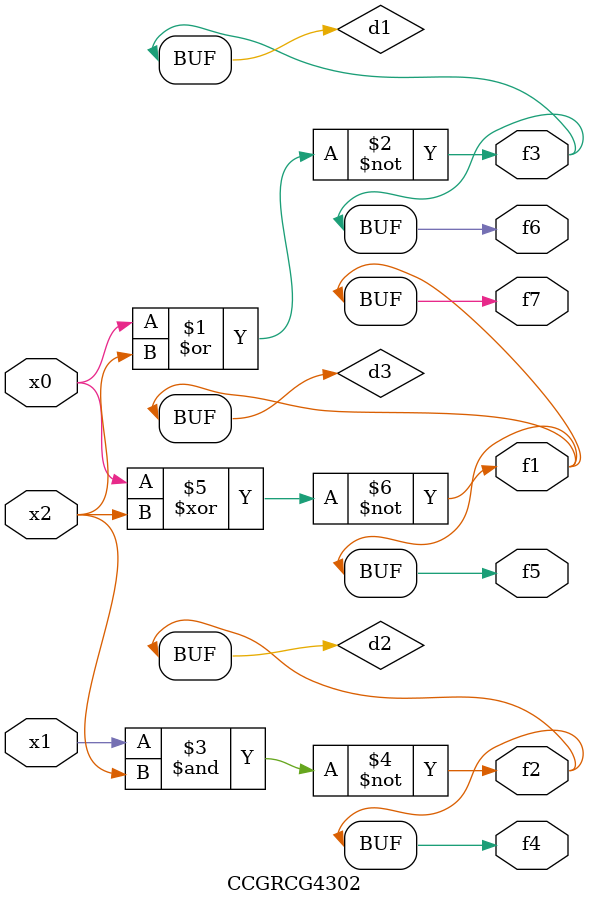
<source format=v>
module CCGRCG4302(
	input x0, x1, x2,
	output f1, f2, f3, f4, f5, f6, f7
);

	wire d1, d2, d3;

	nor (d1, x0, x2);
	nand (d2, x1, x2);
	xnor (d3, x0, x2);
	assign f1 = d3;
	assign f2 = d2;
	assign f3 = d1;
	assign f4 = d2;
	assign f5 = d3;
	assign f6 = d1;
	assign f7 = d3;
endmodule

</source>
